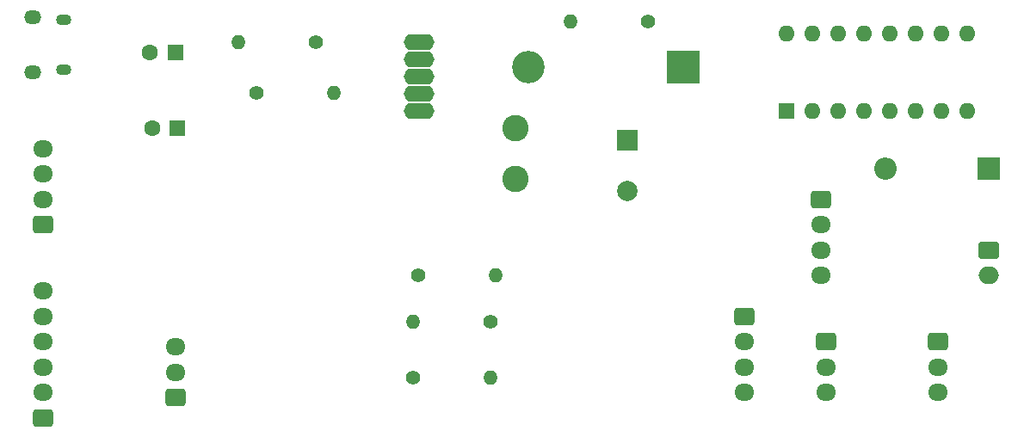
<source format=gbr>
%TF.GenerationSoftware,KiCad,Pcbnew,8.0.1*%
%TF.CreationDate,2024-03-22T20:00:45-04:00*%
%TF.ProjectId,PowerBoost_PCB,506f7765-7242-46f6-9f73-745f5043422e,rev?*%
%TF.SameCoordinates,Original*%
%TF.FileFunction,Soldermask,Bot*%
%TF.FilePolarity,Negative*%
%FSLAX46Y46*%
G04 Gerber Fmt 4.6, Leading zero omitted, Abs format (unit mm)*
G04 Created by KiCad (PCBNEW 8.0.1) date 2024-03-22 20:00:45*
%MOMM*%
%LPD*%
G01*
G04 APERTURE LIST*
G04 Aperture macros list*
%AMRoundRect*
0 Rectangle with rounded corners*
0 $1 Rounding radius*
0 $2 $3 $4 $5 $6 $7 $8 $9 X,Y pos of 4 corners*
0 Add a 4 corners polygon primitive as box body*
4,1,4,$2,$3,$4,$5,$6,$7,$8,$9,$2,$3,0*
0 Add four circle primitives for the rounded corners*
1,1,$1+$1,$2,$3*
1,1,$1+$1,$4,$5*
1,1,$1+$1,$6,$7*
1,1,$1+$1,$8,$9*
0 Add four rect primitives between the rounded corners*
20,1,$1+$1,$2,$3,$4,$5,0*
20,1,$1+$1,$4,$5,$6,$7,0*
20,1,$1+$1,$6,$7,$8,$9,0*
20,1,$1+$1,$8,$9,$2,$3,0*%
G04 Aperture macros list end*
%ADD10RoundRect,0.250000X0.725000X-0.600000X0.725000X0.600000X-0.725000X0.600000X-0.725000X-0.600000X0*%
%ADD11O,1.950000X1.700000*%
%ADD12C,2.600000*%
%ADD13R,1.600000X1.600000*%
%ADD14C,1.600000*%
%ADD15R,3.200000X3.200000*%
%ADD16O,3.200000X3.200000*%
%ADD17R,2.200000X2.200000*%
%ADD18O,2.200000X2.200000*%
%ADD19C,1.400000*%
%ADD20O,1.400000X1.400000*%
%ADD21O,1.700000X1.350000*%
%ADD22O,1.500000X1.100000*%
%ADD23RoundRect,0.250000X-0.725000X0.600000X-0.725000X-0.600000X0.725000X-0.600000X0.725000X0.600000X0*%
%ADD24R,2.000000X2.000000*%
%ADD25C,2.000000*%
%ADD26O,3.004000X1.604000*%
%ADD27O,1.600000X1.600000*%
%ADD28RoundRect,0.250000X-0.750000X0.600000X-0.750000X-0.600000X0.750000X-0.600000X0.750000X0.600000X0*%
%ADD29O,2.000000X1.700000*%
G04 APERTURE END LIST*
D10*
%TO.C,GPIOSOLENOID1*%
X28000000Y-44000000D03*
D11*
X28000000Y-41500000D03*
X28000000Y-39000000D03*
X28000000Y-36500000D03*
%TD*%
D12*
%TO.C,L1*%
X74500000Y-39500000D03*
X74500000Y-34500000D03*
%TD*%
D10*
%TO.C,GPIOSERVO1*%
X41000000Y-61000000D03*
D11*
X41000000Y-58500000D03*
X41000000Y-56000000D03*
%TD*%
D13*
%TO.C,C2*%
X41205113Y-34500000D03*
D14*
X38705113Y-34500000D03*
%TD*%
D15*
%TO.C,D1*%
X91000000Y-28500000D03*
D16*
X75760000Y-28500000D03*
%TD*%
D17*
%TO.C,D2*%
X121000000Y-38500000D03*
D18*
X110840000Y-38500000D03*
%TD*%
D19*
%TO.C,R6*%
X64380000Y-59000000D03*
D20*
X72000000Y-59000000D03*
%TD*%
D21*
%TO.C,J4*%
X27000000Y-29000000D03*
D22*
X30000000Y-28690000D03*
X30000000Y-23850000D03*
D21*
X27000000Y-23540000D03*
%TD*%
D13*
%TO.C,C1*%
X41000000Y-27000000D03*
D14*
X38500000Y-27000000D03*
%TD*%
D19*
%TO.C,R5*%
X72000000Y-53500000D03*
D20*
X64380000Y-53500000D03*
%TD*%
D23*
%TO.C,UltrasonicSensor1*%
X104500000Y-41500000D03*
D11*
X104500000Y-44000000D03*
X104500000Y-46500000D03*
X104500000Y-49000000D03*
%TD*%
D23*
%TO.C,Servo1*%
X116000000Y-55500000D03*
D11*
X116000000Y-58000000D03*
X116000000Y-60500000D03*
%TD*%
D19*
%TO.C,R3*%
X54810000Y-26000000D03*
D20*
X47190000Y-26000000D03*
%TD*%
D10*
%TO.C,GPIOINPUT1*%
X28000000Y-63000000D03*
D11*
X28000000Y-60500000D03*
X28000000Y-58000000D03*
X28000000Y-55500000D03*
X28000000Y-53000000D03*
X28000000Y-50500000D03*
%TD*%
D23*
%TO.C,Servo2*%
X105000000Y-55500000D03*
D11*
X105000000Y-58000000D03*
X105000000Y-60500000D03*
%TD*%
D24*
%TO.C,C3*%
X85500000Y-35632323D03*
D25*
X85500000Y-40632323D03*
%TD*%
D23*
%TO.C,RGBLED1*%
X97000000Y-53000000D03*
D11*
X97000000Y-55500000D03*
X97000000Y-58000000D03*
X97000000Y-60500000D03*
%TD*%
D26*
%TO.C,U1*%
X65000000Y-26000000D03*
X65000000Y-27700000D03*
X65000000Y-29400000D03*
X65000000Y-31100000D03*
X65000000Y-32800000D03*
%TD*%
D19*
%TO.C,R1*%
X87500000Y-24000000D03*
D20*
X79880000Y-24000000D03*
%TD*%
D19*
%TO.C,R2*%
X49000000Y-31000000D03*
D20*
X56620000Y-31000000D03*
%TD*%
D13*
%TO.C,U2*%
X101125000Y-32800000D03*
D27*
X103665000Y-32800000D03*
X106205000Y-32800000D03*
X108745000Y-32800000D03*
X111285000Y-32800000D03*
X113825000Y-32800000D03*
X116365000Y-32800000D03*
X118905000Y-32800000D03*
X118905000Y-25180000D03*
X116365000Y-25180000D03*
X113825000Y-25180000D03*
X111285000Y-25180000D03*
X108745000Y-25180000D03*
X106205000Y-25180000D03*
X103665000Y-25180000D03*
X101125000Y-25180000D03*
%TD*%
D19*
%TO.C,R4*%
X64880000Y-49000000D03*
D20*
X72500000Y-49000000D03*
%TD*%
D28*
%TO.C,SOLENOID1*%
X121000000Y-46500000D03*
D29*
X121000000Y-49000000D03*
%TD*%
M02*

</source>
